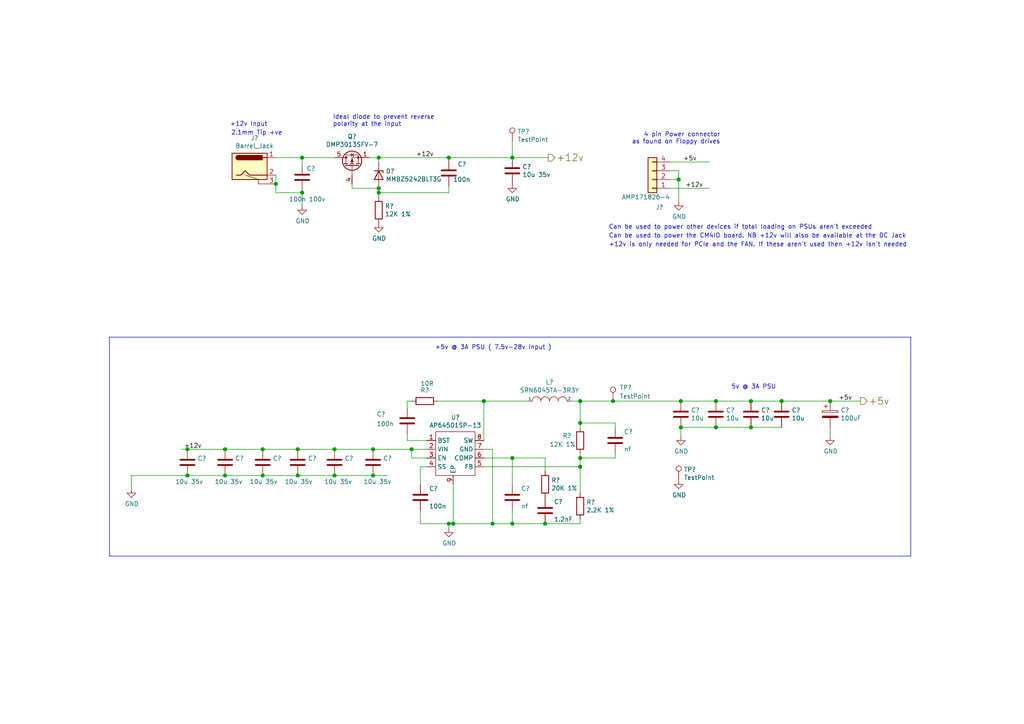
<source format=kicad_sch>
(kicad_sch (version 20231120) (generator "eeschema") (generator_version "8.0")
  (paper "A4")
  (title_block (title "Compute Module 4 IO Board - PSUs") (company "© 2020-2022 Raspberry Pi Ltd (formerly Raspberry Pi (Trading) Ltd.)") (comment 1 "www.raspberrypi.com"))
  (lib_symbols
    (symbol "CM4IO:AP64351"
      (property "Reference" "U" (at 0 8.89 0))
      (property "Value" "AP64351" (at 1.27 6.35 0))
      (symbol "AP64351_0_1"
        (rectangle (start -5.08 5.08) (end 6.35 -7.62))
      )
      (symbol "AP64351_1_1"
        (pin passive line (at -7.62 2.54 0) (length 2.54) (name "BST") (number "1"))
        (pin power_in line (at -7.62 0 0) (length 2.54) (name "VIN") (number "2"))
        (pin input line (at -7.62 -2.54 0) (length 2.54) (name "EN") (number "3"))
        (pin input line (at -7.62 -5.08 0) (length 2.54) (name "SS") (number "4"))
        (pin input line (at 8.89 -5.08 180) (length 2.54) (name "FB") (number "5"))
        (pin input line (at 8.89 -2.54 180) (length 2.54) (name "COMP") (number "6"))
        (pin power_in line (at 8.89 0 180) (length 2.54) (name "GND") (number "7"))
        (pin output line (at 8.89 2.54 180) (length 2.54) (name "SW") (number "8"))
        (pin passive line (at 0 -10.16 90) (length 2.54) (name "EP") (number "9"))
      )
    )
    (symbol "CM4IO:Barrel_Jack"
      (property "Reference" "J" (at 0 5.334 0))
      (property "Value" "Barrel_Jack" (at 0 -5.08 0))
      (symbol "Barrel_Jack_0_1"
        (rectangle (start -5.08 3.81) (end 5.08 -3.81) (stroke (width 0.254)) (fill (type background)))
        (arc (start -3.302 3.175) (mid -3.9342 2.54) (end -3.302 1.905) (stroke (width 0.254)))
        (arc (start -3.302 3.175) (mid -3.9342 2.54) (end -3.302 1.905) (stroke (width 0.254)) (fill (type outline)))
        (polyline (pts (xy 5.08 2.54) (xy 3.81 2.54)) (stroke (width 0.254)))
        (polyline (pts (xy 5.08 -5.08) (xy 2.54 -5.08) (xy 2.54 -3.81) (xy -1.27 -2.54)))
        (polyline (pts (xy -3.81 -2.54) (xy -2.54 -2.54) (xy -1.27 -1.27) (xy 0 -2.54) (xy 2.54 -2.54) (xy 5.08 -2.54)) (stroke (width 0.254)))
        (rectangle (start 3.683 3.175) (end -3.302 1.905) (stroke (width 0.254)) (fill (type outline)))
      )
      (symbol "Barrel_Jack_1_1"
        (pin passive line (at 7.62 2.54 180) (length 2.54) (name "~") (number "1"))
        (pin passive line (at 7.62 -2.54 180) (length 2.54) (name "~") (number "2"))
        (pin passive line (at 7.62 -5.08 180) (length 2.54) (name "~") (number "3"))
      )
    )
    (symbol "Connector:TestPoint" (pin_numbers hide) (pin_names (offset 0.762) hide)
      (property "Reference" "TP" (at 0 6.858 0))
      (property "Value" "TestPoint" (at 0 5.08 0))
      (symbol "TestPoint_0_1"
        (circle (center 0 3.302) (radius 0.762))
      )
      (symbol "TestPoint_1_1"
        (pin passive line (at 0 0 90) (length 2.54) (name "1") (number "1"))
      )
    )
    (symbol "Connector_Generic:Conn_01x04" (pin_names hide)
      (property "Reference" "J" (at 0 5.08 0))
      (property "Value" "Conn_01x04" (at 0 -7.62 0))
      (symbol "Conn_01x04_1_1"
        (rectangle (start -1.27 -4.953) (end 0 -5.207))
        (rectangle (start -1.27 -2.413) (end 0 -2.667))
        (rectangle (start -1.27 0.127) (end 0 -0.127))
        (rectangle (start -1.27 2.667) (end 0 2.413))
        (rectangle (start -1.27 3.81) (end 1.27 -6.35) (stroke (width 0.254)) (fill (type background)))
        (pin passive line (at -5.08 2.54 0) (length 3.81) (name "Pin_1") (number "1"))
        (pin passive line (at -5.08 0 0) (length 3.81) (name "Pin_2") (number "2"))
        (pin passive line (at -5.08 -2.54 0) (length 3.81) (name "Pin_3") (number "3"))
        (pin passive line (at -5.08 -5.08 0) (length 3.81) (name "Pin_4") (number "4"))
      )
    )
    (symbol "Device:C" (pin_numbers hide) (pin_names (offset 0.254))
      (property "Reference" "C" (at 0.635 2.54 0))
      (property "Value" "C" (at 0.635 -2.54 0))
      (symbol "C_0_1"
        (polyline (pts (xy -2.032 -0.762) (xy 2.032 -0.762)) (stroke (width 0.508)))
        (polyline (pts (xy -2.032 0.762) (xy 2.032 0.762)) (stroke (width 0.508)))
      )
      (symbol "C_1_1"
        (pin passive line (at 0 3.81 270) (length 2.794) (name "~") (number "1"))
        (pin passive line (at 0 -3.81 90) (length 2.794) (name "~") (number "2"))
      )
    )
    (symbol "Device:CP" (pin_numbers hide) (pin_names (offset 0.254))
      (property "Reference" "C" (at 0.635 2.54 0))
      (property "Value" "CP" (at 0.635 -2.54 0))
      (symbol "CP_0_1"
        (rectangle (start -2.286 0.508) (end 2.286 1.016))
        (polyline (pts (xy -1.778 2.286) (xy -0.762 2.286)))
        (polyline (pts (xy -1.27 2.794) (xy -1.27 1.778)))
        (rectangle (start 2.286 -0.508) (end -2.286 -1.016) (fill (type outline)))
      )
      (symbol "CP_1_1"
        (pin passive line (at 0 3.81 270) (length 2.794) (name "~") (number "1"))
        (pin passive line (at 0 -3.81 90) (length 2.794) (name "~") (number "2"))
      )
    )
    (symbol "Device:R" (pin_numbers hide) (pin_names (offset 0))
      (property "Reference" "R" (at 2.032 0 90))
      (property "Value" "R" (at 0 0 90))
      (symbol "R_0_1"
        (rectangle (start -1.016 -2.54) (end 1.016 2.54) (stroke (width 0.254)))
      )
      (symbol "R_1_1"
        (pin passive line (at 0 3.81 270) (length 1.27) (name "~") (number "1"))
        (pin passive line (at 0 -3.81 90) (length 1.27) (name "~") (number "2"))
      )
    )
    (symbol "Diode:BZX84Cxx" (pin_numbers hide) (pin_names hide)
      (property "Reference" "D" (at 0 2.54 0))
      (property "Value" "BZX84Cxx" (at 0 -2.54 0))
      (symbol "BZX84Cxx_0_1"
        (polyline (pts (xy 1.27 0) (xy -1.27 0)))
        (polyline (pts (xy -1.27 -1.27) (xy -1.27 1.27) (xy -0.762 1.27)) (stroke (width 0.254)))
        (polyline (pts (xy 1.27 -1.27) (xy 1.27 1.27) (xy -1.27 0) (xy 1.27 -1.27)) (stroke (width 0.254)))
      )
      (symbol "BZX84Cxx_1_1"
        (pin passive line (at -3.81 0 0) (length 2.54) (name "K") (number "1"))
        (pin passive line (at 3.81 0 180) (length 2.54) (name "A") (number "2"))
      )
    )
    (symbol "Transistor_FET:DMP3013SFV" (pin_names hide)
      (property "Reference" "Q" (at 5.08 1.905 0))
      (property "Value" "DMP3013SFV" (at 5.08 0 0))
      (symbol "DMP3013SFV_0_1"
        (polyline (pts (xy 0.254 0) (xy -2.54 0)))
        (polyline (pts (xy 0.254 1.905) (xy 0.254 -1.905)) (stroke (width 0.254)))
        (polyline (pts (xy 0.762 -1.27) (xy 0.762 -2.286)) (stroke (width 0.254)))
        (polyline (pts (xy 0.762 0.508) (xy 0.762 -0.508)) (stroke (width 0.254)))
        (polyline (pts (xy 0.762 2.286) (xy 0.762 1.27)) (stroke (width 0.254)))
        (polyline (pts (xy 2.54 2.54) (xy 2.54 1.778)))
        (polyline (pts (xy 2.54 -2.54) (xy 2.54 0) (xy 0.762 0)))
        (polyline (pts (xy 0.762 1.778) (xy 3.302 1.778) (xy 3.302 -1.778) (xy 0.762 -1.778)))
        (polyline (pts (xy 2.286 0) (xy 1.27 0.381) (xy 1.27 -0.381) (xy 2.286 0)) (fill (type outline)))
        (polyline (pts (xy 2.794 -0.508) (xy 2.921 -0.381) (xy 3.683 -0.381) (xy 3.81 -0.254)))
        (polyline (pts (xy 3.302 -0.381) (xy 2.921 0.254) (xy 3.683 0.254) (xy 3.302 -0.381)))
        (circle (center 1.651 0) (radius 2.794) (stroke (width 0.254)))
        (circle (center 2.54 -1.778) (radius 0.254) (fill (type outline)))
        (circle (center 2.54 1.778) (radius 0.254) (fill (type outline)))
      )
      (symbol "DMP3013SFV_1_1"
        (pin passive line (at 2.54 -5.08 90) (length 2.54) (name "S") (number "1"))
        (pin passive line (at 2.54 -5.08 90) (length 2.54) hide (name "S") (number "2"))
        (pin passive line (at 2.54 -5.08 90) (length 2.54) hide (name "S") (number "3"))
        (pin passive line (at -5.08 0 0) (length 2.54) (name "G") (number "4"))
        (pin passive line (at 2.54 5.08 270) (length 2.54) (name "D") (number "5"))
      )
    )
    (symbol "power:GND" (power) (pin_names (offset 0))
      (property "Value" "GND" (at 0 -3.81 0))
      (symbol "GND_0_1"
        (polyline (pts (xy 0 0) (xy 0 -1.27) (xy 1.27 -1.27) (xy 0 -2.54) (xy -1.27 -1.27) (xy 0 -1.27)))
      )
      (symbol "GND_1_1"
        (pin power_in line (at 0 0 270) (length 0) hide (name "GND") (number "1"))
      )
    )
    (symbol "pspice:INDUCTOR" (pin_numbers hide) (pin_names (offset 0))
      (property "Reference" "L" (at 0 2.54 0))
      (property "Value" "INDUCTOR" (at 0 -1.27 0))
      (symbol "INDUCTOR_0_1"
        (arc (start -2.54 0) (mid -3.81 1.2645) (end -5.08 0))
        (arc (start 0 0) (mid -1.27 1.2645) (end -2.54 0))
        (arc (start 2.54 0) (mid 1.27 1.2645) (end 0 0))
        (arc (start 5.08 0) (mid 3.81 1.2645) (end 2.54 0))
      )
      (symbol "INDUCTOR_1_1"
        (pin input line (at -6.35 0 0) (length 1.27) (name "1") (number "1"))
        (pin input line (at 6.35 0 180) (length 1.27) (name "2") (number "2"))
      )
    )
  )
  (junction (at 76.2 130.302) (diameter 1.016))
  (junction (at 108.204 130.302) (diameter 1.016))
  (junction (at 140.335 116.332) (diameter 1.016))
  (junction (at 226.695 116.332) (diameter 1.016))
  (junction (at 142.875 151.892) (diameter 1.016))
  (junction (at 131.445 151.892) (diameter 1.016))
  (junction (at 130.175 45.72) (diameter 1.016))
  (junction (at 207.645 123.952) (diameter 1.016))
  (junction (at 76.2 137.922) (diameter 1.016))
  (junction (at 109.855 54.61) (diameter 1.016))
  (junction (at 148.59 45.72) (diameter 1.016))
  (junction (at 240.792 116.332) (diameter 1.016))
  (junction (at 80.01 53.34) (diameter 1.016))
  (junction (at 207.645 116.332) (diameter 1.016))
  (junction (at 109.855 45.72) (diameter 1.016))
  (junction (at 168.275 135.382) (diameter 1.016))
  (junction (at 97.028 130.302) (diameter 1.016))
  (junction (at 97.028 137.922) (diameter 1.016))
  (junction (at 108.204 137.922) (diameter 1.016))
  (junction (at 54.356 130.302) (diameter 1.016))
  (junction (at 168.275 116.332) (diameter 1.016))
  (junction (at 168.275 122.682) (diameter 1.016))
  (junction (at 158.115 151.892) (diameter 1.016))
  (junction (at 148.59 151.892) (diameter 1.016))
  (junction (at 197.485 116.332) (diameter 1.016))
  (junction (at 130.175 151.892) (diameter 1.016))
  (junction (at 177.8 116.332) (diameter 1.016))
  (junction (at 196.85 52.07) (diameter 1.016))
  (junction (at 148.59 132.842) (diameter 1.016))
  (junction (at 217.805 116.332) (diameter 1.016))
  (junction (at 119.38 130.302) (diameter 1.016))
  (junction (at 87.63 45.72) (diameter 1.016))
  (junction (at 65.278 130.302) (diameter 1.016))
  (junction (at 86.36 137.922) (diameter 1.016))
  (junction (at 54.356 137.922) (diameter 1.016))
  (junction (at 65.278 137.922) (diameter 1.016))
  (junction (at 109.855 55.88) (diameter 1.016))
  (junction (at 86.36 130.302) (diameter 1.016))
  (junction (at 197.485 123.952) (diameter 1.016))
  (junction (at 217.805 123.952) (diameter 1.016))
  (junction (at 168.275 132.842) (diameter 1.016))
  (junction (at 87.63 55.88) (diameter 1.016))
  (polyline (pts (xy 264.16 161.29) (xy 31.75 161.29)) (stroke (width 0) (type solid)))
  (wire (pts (xy 108.204 130.302) (xy 119.38 130.302)))
  (wire (pts (xy 148.59 151.892) (xy 158.115 151.892)))
  (polyline (pts (xy 31.75 97.79) (xy 264.16 97.79)) (stroke (width 0) (type solid)))
  (wire (pts (xy 194.31 49.53) (xy 196.85 49.53)))
  (wire (pts (xy 142.875 151.892) (xy 148.59 151.892)))
  (wire (pts (xy 131.445 140.462) (xy 131.445 151.892)))
  (wire (pts (xy 118.11 116.332) (xy 119.38 116.332)))
  (polyline (pts (xy 264.16 97.79) (xy 264.16 161.29)) (stroke (width 0) (type solid)))
  (wire (pts (xy 118.11 127.762) (xy 123.825 127.762)))
  (wire (pts (xy 109.855 45.72) (xy 130.175 45.72)))
  (wire (pts (xy 226.695 123.952) (xy 217.805 123.952)))
  (wire (pts (xy 158.115 151.892) (xy 168.275 151.892)))
  (wire (pts (xy 76.2 137.922) (xy 86.36 137.922)))
  (wire (pts (xy 97.028 137.922) (xy 108.204 137.922)))
  (wire (pts (xy 197.485 116.332) (xy 207.645 116.332)))
  (wire (pts (xy 148.59 148.082) (xy 148.59 151.892)))
  (wire (pts (xy 197.485 123.952) (xy 197.485 126.492)))
  (wire (pts (xy 140.335 135.382) (xy 168.275 135.382)))
  (wire (pts (xy 80.01 55.88) (xy 87.63 55.88)))
  (wire (pts (xy 65.278 137.922) (xy 76.2 137.922)))
  (wire (pts (xy 118.11 125.857) (xy 118.11 127.762)))
  (wire (pts (xy 119.38 130.302) (xy 123.825 130.302)))
  (wire (pts (xy 196.85 52.07) (xy 196.85 58.42)))
  (wire (pts (xy 165.735 116.332) (xy 168.275 116.332)))
  (wire (pts (xy 148.59 45.72) (xy 159.004 45.72)))
  (wire (pts (xy 86.36 130.302) (xy 97.028 130.302)))
  (wire (pts (xy 130.175 45.72) (xy 148.59 45.72)))
  (wire (pts (xy 168.275 122.682) (xy 178.435 122.682)))
  (wire (pts (xy 142.875 130.302) (xy 142.875 151.892)))
  (wire (pts (xy 217.805 116.332) (xy 226.695 116.332)))
  (wire (pts (xy 194.31 54.61) (xy 205.74 54.61)))
  (wire (pts (xy 240.792 116.332) (xy 249.555 116.332)))
  (wire (pts (xy 118.11 118.237) (xy 118.11 116.332)))
  (wire (pts (xy 148.59 41.148) (xy 148.59 45.72)))
  (wire (pts (xy 65.278 130.302) (xy 76.2 130.302)))
  (wire (pts (xy 140.335 130.302) (xy 142.875 130.302)))
  (wire (pts (xy 158.115 136.652) (xy 158.115 132.842)))
  (wire (pts (xy 119.38 132.842) (xy 123.825 132.842)))
  (wire (pts (xy 168.275 132.842) (xy 178.435 132.842)))
  (wire (pts (xy 196.85 49.53) (xy 196.85 52.07)))
  (wire (pts (xy 109.855 55.88) (xy 130.175 55.88)))
  (wire (pts (xy 121.92 151.892) (xy 130.175 151.892)))
  (wire (pts (xy 168.275 151.892) (xy 168.275 150.622)))
  (wire (pts (xy 109.855 54.61) (xy 109.855 55.88)))
  (wire (pts (xy 168.275 135.382) (xy 168.275 143.002)))
  (wire (pts (xy 168.275 116.332) (xy 177.8 116.332)))
  (wire (pts (xy 102.108 53.34) (xy 102.108 54.61)))
  (wire (pts (xy 131.445 151.892) (xy 142.875 151.892)))
  (wire (pts (xy 177.8 116.332) (xy 197.485 116.332)))
  (wire (pts (xy 87.63 45.72) (xy 97.028 45.72)))
  (wire (pts (xy 97.028 130.302) (xy 108.204 130.302)))
  (wire (pts (xy 107.188 45.72) (xy 109.855 45.72)))
  (wire (pts (xy 119.38 130.302) (xy 119.38 132.842)))
  (wire (pts (xy 168.275 131.572) (xy 168.275 132.842)))
  (wire (pts (xy 130.175 55.88) (xy 130.175 53.975)))
  (wire (pts (xy 140.335 116.332) (xy 153.035 116.332)))
  (wire (pts (xy 217.805 123.952) (xy 207.645 123.952)))
  (wire (pts (xy 207.645 123.952) (xy 197.485 123.952)))
  (wire (pts (xy 80.01 53.34) (xy 80.01 50.8)))
  (wire (pts (xy 86.36 137.922) (xy 97.028 137.922)))
  (wire (pts (xy 52.705 130.302) (xy 54.356 130.302)))
  (wire (pts (xy 76.2 130.302) (xy 86.36 130.302)))
  (wire (pts (xy 127 116.332) (xy 140.335 116.332)))
  (wire (pts (xy 54.356 130.302) (xy 65.278 130.302)))
  (wire (pts (xy 140.335 132.842) (xy 148.59 132.842)))
  (wire (pts (xy 130.175 45.72) (xy 130.175 46.355)))
  (wire (pts (xy 87.63 55.88) (xy 87.63 59.69)))
  (wire (pts (xy 109.855 45.72) (xy 109.855 46.99)))
  (wire (pts (xy 80.01 45.72) (xy 87.63 45.72)))
  (wire (pts (xy 38.1 137.922) (xy 54.356 137.922)))
  (wire (pts (xy 87.63 55.245) (xy 87.63 55.88)))
  (wire (pts (xy 109.855 55.88) (xy 109.855 57.15)))
  (wire (pts (xy 168.275 122.682) (xy 168.275 123.952)))
  (wire (pts (xy 121.92 148.082) (xy 121.92 151.892)))
  (wire (pts (xy 178.435 132.842) (xy 178.435 131.572)))
  (wire (pts (xy 130.175 153.162) (xy 130.175 151.892)))
  (wire (pts (xy 38.1 137.922) (xy 38.1 141.732)))
  (wire (pts (xy 123.825 135.382) (xy 121.92 135.382)))
  (polyline (pts (xy 31.75 97.79) (xy 31.75 161.29)) (stroke (width 0) (type solid)))
  (wire (pts (xy 102.108 54.61) (xy 109.855 54.61)))
  (wire (pts (xy 54.356 137.922) (xy 65.278 137.922)))
  (wire (pts (xy 80.01 55.88) (xy 80.01 53.34)))
  (wire (pts (xy 87.63 45.72) (xy 87.63 47.625)))
  (wire (pts (xy 168.275 132.842) (xy 168.275 135.382)))
  (wire (pts (xy 226.695 116.332) (xy 240.792 116.332)))
  (wire (pts (xy 194.31 46.99) (xy 205.74 46.99)))
  (wire (pts (xy 108.204 137.922) (xy 112.395 137.922)))
  (wire (pts (xy 121.92 135.382) (xy 121.92 140.462)))
  (wire (pts (xy 148.59 132.842) (xy 148.59 140.462)))
  (wire (pts (xy 240.792 123.952) (xy 240.792 126.492)))
  (wire (pts (xy 140.335 116.332) (xy 140.335 127.762)))
  (wire (pts (xy 168.275 116.332) (xy 168.275 122.682)))
  (wire (pts (xy 130.175 151.892) (xy 131.445 151.892)))
  (wire (pts (xy 194.31 52.07) (xy 196.85 52.07)))
  (wire (pts (xy 178.435 122.682) (xy 178.435 123.952)))
  (wire (pts (xy 207.645 116.332) (xy 217.805 116.332)))
  (wire (pts (xy 148.59 132.842) (xy 158.115 132.842)))
  (text "+12v Input" (at 66.675 36.83 0) (effects (font (size 1.27 1.27)) (justify left bottom)))
  (text "Can be used to power other devices if total loading on PSUs aren't exceeded" (at 176.53 66.675 0) (effects (font (size 1.27 1.27)) (justify left bottom)))
  (text "5v @ 3A PSU\n" (at 212.09 113.03 0) (effects (font (size 1.27 1.27)) (justify left bottom)))
  (text "+12v is only needed for PCIe and the FAN. If these aren't used then +12v isn't needed" (at 176.53 71.755 0) (effects (font (size 1.27 1.27)) (justify left bottom)))
  (text "Can be used to power the CM4IO board. NB +12v will also be available at the DC Jack" (at 176.53 69.215 0) (effects (font (size 1.27 1.27)) (justify left bottom)))
  (text "2.1mm Tip +ve" (at 81.915 39.37 0) (effects (font (size 1.27 1.27)) (justify right bottom)))
  (text "Ideal diode to prevent reverse\npolarity at the input" (at 96.52 36.83 0) (effects (font (size 1.27 1.27)) (justify left bottom)))
  (text "4 pin Power connector\nas found on Floppy drives" (at 208.915 41.91 0) (effects (font (size 1.27 1.27)) (justify right bottom)))
  (text "+5v @ 3A PSU ( 7.5v-28v Input )" (at 160.02 101.6 0) (effects (font (size 1.27 1.27)) (justify right bottom)))
  (label "+5v" (at 243.205 116.332 0))
  (label "+12v" (at 198.755 54.61 0))
  (label "+12v" (at 120.65 45.72 0))
  (label "+5v" (at 198.12 46.99 0))
  (label "+12v" (at 53.34 130.302 0))
  (hierarchical_label "+12v" (shape output) (at 159.004 45.72 0) (effects (font (size 2.0066 2.0066))))
  (hierarchical_label "+5v" (shape output) (at 249.555 116.332 0) (effects (font (size 2.0066 2.0066))))
  (symbol (lib_id "power:GND") (at 148.59 53.34 0) (unit 1)
    (property "Reference" "#PWR?" (effects (hide yes)))
    (property "Value" "GND" (at 148.717 57.7342 0))
  )
  (symbol (lib_id "power:GND") (at 87.63 59.69 0) (unit 1)
    (property "Reference" "#PWR?" (effects (hide yes)))
    (property "Value" "GND" (at 87.757 64.0842 0))
  )
  (symbol (lib_id "Device:C") (at 197.485 120.142 0) (unit 1)
    (property "Reference" "C?" (at 200.406 118.9736 0) (effects (justify left)))
    (property "Value" "10u" (at 200.406 121.285 0) (effects (justify left)))
    (property "Footprint" "Capacitor_SMD:C_0805_2012Metric" (effects (hide yes)))
    (property "Datasheet" "https://search.murata.co.jp/Ceramy/image/img/A01X/G101/ENG/GRM21BR71A106KA73-01.pdf" (effects (hide yes)))
    (property "Field5" "490-14381-1-ND" (effects (hide yes)))
    (property "Field4" "Digikey" (effects (hide yes)))
    (property "Field6" "GRM21BR71A106KA73L" (effects (hide yes)))
    (property "Field7" "Murata" (effects (hide yes)))
    (property "Part Description" "	10uF 10% 10V Ceramic Capacitor X7R 0805 (2012 Metric)" (effects (hide yes)))
    (property "Field8" "111893011" (effects (hide yes)))
  )
  (symbol (lib_id "Device:C") (at 207.645 120.142 0) (unit 1)
    (property "Reference" "C?" (at 210.566 118.9736 0) (effects (justify left)))
    (property "Value" "10u" (at 210.566 121.285 0) (effects (justify left)))
    (property "Footprint" "Capacitor_SMD:C_0805_2012Metric" (effects (hide yes)))
    (property "Datasheet" "https://search.murata.co.jp/Ceramy/image/img/A01X/G101/ENG/GRM21BR71A106KA73-01.pdf" (effects (hide yes)))
    (property "Field5" "490-14381-1-ND" (effects (hide yes)))
    (property "Field4" "Digikey" (effects (hide yes)))
    (property "Field6" "GRM21BR71A106KA73L" (effects (hide yes)))
    (property "Field7" "Murata" (effects (hide yes)))
    (property "Part Description" "	10uF 10% 10V Ceramic Capacitor X7R 0805 (2012 Metric)" (effects (hide yes)))
    (property "Field8" "111893011" (effects (hide yes)))
  )
  (symbol (lib_id "Device:C") (at 217.805 120.142 0) (unit 1)
    (property "Reference" "C?" (at 220.726 118.9736 0) (effects (justify left)))
    (property "Value" "10u" (at 220.726 121.285 0) (effects (justify left)))
    (property "Footprint" "Capacitor_SMD:C_0805_2012Metric" (effects (hide yes)))
    (property "Datasheet" "https://search.murata.co.jp/Ceramy/image/img/A01X/G101/ENG/GRM21BR71A106KA73-01.pdf" (effects (hide yes)))
    (property "Field5" "490-14381-1-ND" (effects (hide yes)))
    (property "Field4" "Digikey" (effects (hide yes)))
    (property "Field6" "GRM21BR71A106KA73L" (effects (hide yes)))
    (property "Field7" "Murata" (effects (hide yes)))
    (property "Part Description" "	10uF 10% 10V Ceramic Capacitor X7R 0805 (2012 Metric)" (effects (hide yes)))
    (property "Field8" "111893011" (effects (hide yes)))
  )
  (symbol (lib_id "Device:C") (at 226.695 120.142 0) (unit 1)
    (property "Reference" "C?" (at 229.616 118.9736 0) (effects (justify left)))
    (property "Value" "10u" (at 229.616 121.285 0) (effects (justify left)))
    (property "Footprint" "Capacitor_SMD:C_0805_2012Metric" (effects (hide yes)))
    (property "Datasheet" "https://search.murata.co.jp/Ceramy/image/img/A01X/G101/ENG/GRM21BR71A106KA73-01.pdf" (effects (hide yes)))
    (property "Field5" "490-14381-1-ND" (effects (hide yes)))
    (property "Field4" "Digikey" (effects (hide yes)))
    (property "Field6" "GRM21BR71A106KA73L" (effects (hide yes)))
    (property "Field7" "Murata" (effects (hide yes)))
    (property "Part Description" "	10uF 10% 10V Ceramic Capacitor X7R 0805 (2012 Metric)" (effects (hide yes)))
    (property "Field8" "111893011" (effects (hide yes)))
  )
  (symbol (lib_id "Device:C") (at 87.63 51.435 0) (unit 1)
    (property "Reference" "C?" (at 88.9 48.895 0) (effects (justify left)))
    (property "Value" "100n 100v" (at 83.82 57.785 0) (effects (justify left)))
    (property "Footprint" "Capacitor_SMD:C_0402_1005Metric" (effects (hide yes)))
    (property "Datasheet" "https://psearch.en.murata.com/capacitor/product/GRM155R62A104KE14%23.pdf" (effects (hide yes)))
    (property "Field4" "Farnell" (effects (hide yes)))
    (property "Field5" "2611907" (effects (hide yes)))
    (property "Field6" "GRM155R62A104KE14D" (effects (hide yes)))
    (property "Field7" "Murata" (effects (hide yes)))
    (property "Part Description" "	0.1uF 10% 100V Ceramic Capacitor X5R 0402 (1005 Metric)" (effects (hide yes)))
  )
  (symbol (lib_id "power:GND") (at 109.855 64.77 0) (unit 1)
    (property "Reference" "#PWR?" (effects (hide yes)))
    (property "Value" "GND" (at 109.982 69.1642 0))
  )
  (symbol (lib_id "Connector_Generic:Conn_01x04") (at 189.23 52.07 180) (unit 1)
    (property "Reference" "J?" (at 191.3128 60.1218 0))
    (property "Value" "AMP171826-4" (at 187.325 57.15 0))
    (property "Footprint" "171826-4:TE_171826-4" (effects (hide yes)))
    (property "Datasheet" "https://www.te.com/usa-en/product-171826-4.html" (effects (hide yes)))
    (property "Field4" "Farnell" (effects (hide yes)))
    (property "Field5" "	1056115" (effects (hide yes)))
    (property "Field6" "AMP171826-4" (effects (hide yes)))
    (property "Field7" "AMP-TE" (effects (hide yes)))
    (property "Part Description" "Wire-To-Board Connector, Right Angle, 2.54 mm, 4 Contacts, Header, AMP EI Series, Through Hole" (effects (hide yes)))
  )
  (symbol (lib_id "power:GND") (at 196.85 58.42 0) (unit 1)
    (property "Reference" "#PWR?" (effects (hide yes)))
    (property "Value" "GND" (at 196.977 62.8142 0))
  )
  (symbol (lib_id "CM4IO:Barrel_Jack") (at 72.39 48.26 0) (unit 1)
    (property "Reference" "J?" (at 73.8378 40.005 0))
    (property "Value" "Barrel_Jack" (at 73.8378 42.3164 0))
    (property "Footprint" "CM4IO:BarrelJack_Horizontal" (effects (hide yes)))
    (property "Datasheet" "https://www.toby.co.uk/uploads/publications/842.pdf" (effects (hide yes)))
    (property "Field4" "Toby" (effects (hide yes)))
    (property "Field5" "DC-001-A-2.1mm-R" (effects (hide yes)))
    (property "Part Description" "DC Power Connectors PCB 2.1MM" (effects (hide yes)))
    (property "Field6" "DC-001-A-2.1mm-R" (effects (hide yes)))
    (property "Field7" "Valcon" (effects (hide yes)))
  )
  (symbol (lib_id "Diode:BZX84Cxx") (at 109.855 50.8 270) (unit 1)
    (property "Reference" "D?" (at 111.887 49.657 90) (effects (justify left)))
    (property "Value" "MMBZ5242BLT3G" (at 111.887 51.943 90) (effects (justify left)))
    (property "Footprint" "Diode_SMD:D_SOT-23_ANK" (effects (hide yes)))
    (property "Datasheet" "https://diotec.com/tl_files/diotec/files/pdf/datasheets/bzx84c2v4.pdf" (effects (hide yes)))
    (property "Field4" "Digikey" (effects (hide yes)))
    (property "Field5" "	MMBZ5242BLT3GOSCT-ND" (effects (hide yes)))
    (property "Field6" "MMBZ5242BLT3G" (effects (hide yes)))
    (property "Field7" "Onsemi" (effects (hide yes)))
    (property "Part Description" "	Zener Diode 12V 225mW 5% Surface Mount SOT-23-3 (TO-236)" (effects (hide yes)))
  )
  (symbol (lib_id "Device:R") (at 109.855 60.96 0) (unit 1)
    (property "Reference" "R?" (at 111.633 59.7916 0) (effects (justify left)))
    (property "Value" "12K 1%" (at 111.633 62.103 0) (effects (justify left)))
    (property "Footprint" "Resistor_SMD:R_0402_1005Metric" (effects (hide yes)))
    (property "Datasheet" "https://fscdn.rohm.com/en/products/databook/datasheet/passive/resistor/chip_resistor/mcr-e.pdf" (effects (hide yes)))
    (property "Field4" "Farnell" (effects (hide yes)))
    (property "Field5" "9239367" (effects (hide yes)))
    (property "Field7" "Rohm" (effects (hide yes)))
    (property "Field6" "MCR01MZPF1202" (effects (hide yes)))
    (property "Part Description" "Resistor 12K M1005 1% 63mW" (effects (hide yes)))
  )
  (symbol (lib_id "Device:C") (at 130.175 50.165 0) (unit 1)
    (property "Reference" "C?" (at 132.715 47.625 0) (effects (justify left)))
    (property "Value" "100n" (at 131.445 52.07 0) (effects (justify left)))
    (property "Footprint" "Capacitor_SMD:C_0402_1005Metric" (effects (hide yes)))
    (property "Datasheet" "https://search.murata.co.jp/Ceramy/image/img/A01X/G101/ENG/GRM155R71C104KA88-01.pdf" (effects (hide yes)))
    (property "Field4" "Farnell" (effects (hide yes)))
    (property "Field5" "2611911" (effects (hide yes)))
    (property "Field6" "RM EMK105 B7104KV-F" (effects (hide yes)))
    (property "Field7" "TAIYO YUDEN EUROPE GMBH" (effects (hide yes)))
    (property "Part Description" "	0.1uF 10% 16V Ceramic Capacitor X7R 0402 (1005 Metric)" (effects (hide yes)))
    (property "Field8" "110091611" (effects (hide yes)))
  )
  (symbol (lib_id "power:GND") (at 197.485 126.492 0) (unit 1)
    (property "Reference" "#PWR?" (effects (hide yes)))
    (property "Value" "GND" (at 197.612 130.8862 0))
  )
  (symbol (lib_id "Device:C") (at 118.11 122.047 0) (unit 1)
    (property "Reference" "C?" (at 109.22 120.142 0) (effects (justify left)))
    (property "Value" "100n" (at 109.22 122.936 0) (effects (justify left)))
    (property "Footprint" "Capacitor_SMD:C_0402_1005Metric" (effects (hide yes)))
    (property "Datasheet" "https://search.murata.co.jp/Ceramy/image/img/A01X/G101/ENG/GRM155R71C104KA88-01.pdf" (effects (hide yes)))
    (property "Field4" "Farnell" (effects (hide yes)))
    (property "Field5" "2611911" (effects (hide yes)))
    (property "Field6" "RM EMK105 B7104KV-F" (effects (hide yes)))
    (property "Field7" "TAIYO YUDEN EUROPE GMBH" (effects (hide yes)))
    (property "Part Description" "	0.1uF 10% 16V Ceramic Capacitor X7R 0402 (1005 Metric)" (effects (hide yes)))
    (property "Field8" "110091611" (effects (hide yes)))
  )
  (symbol (lib_id "Device:R") (at 123.19 116.332 270) (unit 1)
    (property "Reference" "R?" (at 121.92 113.157 90) (effects (justify left)))
    (property "Value" "10R" (at 121.92 111.252 90) (effects (justify left)))
    (property "Footprint" "Resistor_SMD:R_0402_1005Metric" (effects (hide yes)))
    (property "Datasheet" "https://fscdn.rohm.com/en/products/databook/datasheet/passive/resistor/chip_resistor/mcr-e.pdf" (effects (hide yes)))
    (property "Field4" "Farnell" (effects (hide yes)))
    (property "Field5" "9238999" (effects (hide yes)))
    (property "Field7" "Yageo" (effects (hide yes)))
    (property "Field6" "RC0402FR-0710RL" (effects (hide yes)))
    (property "Field8" "URES00256" (effects (hide yes)))
    (property "Part Description" "Resistor 10R M1005 1% 63mW" (effects (hide yes)))
  )
  (symbol (lib_id "Device:C") (at 178.435 127.762 0) (unit 1)
    (property "Reference" "C?" (at 180.975 125.222 0) (effects (justify left)))
    (property "Value" "nf" (at 180.975 130.302 0) (effects (justify left)))
    (property "Footprint" "Capacitor_SMD:C_0402_1005Metric" (effects (hide yes)))
    (property "Datasheet" "http://www.farnell.com/datasheets/2048267.pdf?_ga=2.222777691.1738794919.1588350964-1787849031.1568210898&_gac=1.250356018.1588350964.EAIaIQobChMIgrHHs4yT6QIVxevtCh39TA_nEAAYASAAEgK8PfD_BwE" (effects (hide yes)))
    (property "Field4" "Farnell" (effects (hide yes)))
    (property "Field5" "2666374" (effects (hide yes)))
    (property "Field6" "GRM1555C1H221JA01D" (effects (hide yes)))
    (property "Field7" "Murata" (effects (hide yes)))
    (property "Part Description" "220 pF, 50 V, 0402 [1005 Metric], ± 5%, C0G / NP0/CH, GCM Series" (effects (hide yes)))
  )
  (symbol (lib_id "Device:R") (at 168.275 127.762 0) (unit 1)
    (property "Reference" "R?" (at 163.195 126.365 0) (effects (justify left)))
    (property "Value" "12K 1%" (at 159.385 128.905 0) (effects (justify left)))
    (property "Footprint" "Resistor_SMD:R_0402_1005Metric" (effects (hide yes)))
    (property "Datasheet" "https://fscdn.rohm.com/en/products/databook/datasheet/passive/resistor/chip_resistor/mcr-e.pdf" (effects (hide yes)))
    (property "Field4" "Farnell" (effects (hide yes)))
    (property "Field5" "9239367" (effects (hide yes)))
    (property "Field7" "Rohm" (effects (hide yes)))
    (property "Field6" "MCR01MZPF1202" (effects (hide yes)))
    (property "Part Description" "Resistor 12K M1005 1% 63mW" (effects (hide yes)))
  )
  (symbol (lib_id "pspice:INDUCTOR") (at 159.385 116.332 0) (unit 1)
    (property "Reference" "L?" (at 159.385 110.871 0))
    (property "Value" "SRN6045TA-3R3Y" (at 159.385 113.1824 0))
    (property "Footprint" "Inductor_SMD:L_Bourns_SRN6045TA" (effects (hide yes)))
    (property "Datasheet" "https://www.bourns.com/docs/Product-Datasheets/SRN6045TA.pdf" (effects (hide yes)))
    (property "Field4" "Farnell" (effects (hide yes)))
    (property "Field5" "2616889" (effects (hide yes)))
    (property "Field6" "SRN6045TA-3R3Y" (effects (hide yes)))
    (property "Field7" "Bourns" (effects (hide yes)))
    (property "Part Description" "3.3µH Semi-Shielded Wirewound Inductor 7.8A 21mOhm Nonstandard" (effects (hide yes)))
  )
  (symbol (lib_id "Device:C") (at 158.115 148.082 0) (unit 1)
    (property "Reference" "C?" (at 160.655 145.542 0) (effects (justify left)))
    (property "Value" "1.2nF" (at 160.655 150.622 0) (effects (justify left)))
    (property "Footprint" "Capacitor_SMD:C_0402_1005Metric" (effects (hide yes)))
    (property "Datasheet" "http://www.farnell.com/datasheets/2734135.pdf?_ga=2.259347658.1738794919.1588350964-1787849031.1568210898&_gac=1.15394434.1588350964.EAIaIQobChMIgrHHs4yT6QIVxevtCh39TA_nEAAYASAAEgK8PfD_BwE" (effects (hide yes)))
    (property "Field4" "Digikey" (effects (hide yes)))
    (property "Field5" "490-16429-1-ND" (effects (hide yes)))
    (property "Field6" "GCM155R71H122KA37D" (effects (hide yes)))
    (property "Field7" "Murata" (effects (hide yes)))
    (property "Part Description" "1200pF 10% 10V Ceramic Capacitor X5R 0402 (1005 Metric)" (effects (hide yes)))
  )
  (symbol (lib_id "Device:C") (at 148.59 144.272 0) (unit 1)
    (property "Reference" "C?" (at 151.13 141.732 0) (effects (justify left)))
    (property "Value" "nf" (at 151.13 146.812 0) (effects (justify left)))
    (property "Footprint" "Capacitor_SMD:C_0402_1005Metric" (effects (hide yes)))
  )
  (symbol (lib_id "CM4IO:AP64351") (at 131.445 130.302 0) (unit 1)
    (property "Reference" "U?" (at 132.08 121.0564 0))
    (property "Value" "AP64501SP-13" (at 132.08 123.3678 0))
    (property "Footprint" "Package_SO:SOIC-8-1EP_3.9x4.9mm_P1.27mm_EP2.95x4.9mm_Mask2.71x3.4mm_ThermalVias" (effects (hide yes)))
    (property "Datasheet" "https://www.diodes.com/assets/Datasheets/AP64501.pdf" (effects (hide yes)))
    (property "Field4" "Digikey" (effects (hide yes)))
    (property "Field5" "31-AP64501SP-13CT-ND" (effects (hide yes)))
    (property "Field6" "AP64501SP-13" (effects (hide yes)))
    (property "Field7" "Diodes" (effects (hide yes)))
    (property "Part Description" "Buck Switching Regulator IC Positive Adjustable 0.8V 1 Output 5A 8-SOIC (0.154\", 3.90mm Width) Exposed Pad" (effects (hide yes)))
  )
  (symbol (lib_id "Device:C") (at 121.92 144.272 0) (unit 1)
    (property "Reference" "C?" (at 124.46 141.732 0) (effects (justify left)))
    (property "Value" "100n" (at 124.46 146.812 0) (effects (justify left)))
    (property "Footprint" "Capacitor_SMD:C_0402_1005Metric" (effects (hide yes)))
    (property "Datasheet" "https://search.murata.co.jp/Ceramy/image/img/A01X/G101/ENG/GRM155R71C104KA88-01.pdf" (effects (hide yes)))
    (property "Field4" "Farnell" (effects (hide yes)))
    (property "Field5" "2611911" (effects (hide yes)))
    (property "Field6" "RM EMK105 B7104KV-F" (effects (hide yes)))
    (property "Field7" "TAIYO YUDEN EUROPE GMBH" (effects (hide yes)))
    (property "Part Description" "	0.1uF 10% 16V Ceramic Capacitor X7R 0402 (1005 Metric)" (effects (hide yes)))
    (property "Field8" "110091611" (effects (hide yes)))
  )
  (symbol (lib_id "power:GND") (at 130.175 153.162 0) (unit 1)
    (property "Reference" "#PWR?" (effects (hide yes)))
    (property "Value" "GND" (at 130.302 157.5562 0))
  )
  (symbol (lib_id "Device:R") (at 168.275 146.812 0) (unit 1)
    (property "Reference" "R?" (at 170.053 145.6436 0) (effects (justify left)))
    (property "Value" "2.2K 1%" (at 170.053 147.955 0) (effects (justify left)))
    (property "Footprint" "Resistor_SMD:R_0402_1005Metric" (effects (hide yes)))
    (property "Datasheet" "https://fscdn.rohm.com/en/products/databook/datasheet/passive/resistor/chip_resistor/mcr-e.pdf" (effects (hide yes)))
    (property "Field4" "Farnell" (effects (hide yes)))
    (property "Field5" "9239278" (effects (hide yes)))
    (property "Field6" "RK73G1ETQTP2201D         " (effects (hide yes)))
    (property "Field7" "KOA EUROPE GMBH" (effects (hide yes)))
    (property "Part Description" "Resistor 2.2K M1005 1% 63mW" (effects (hide yes)))
    (property "Field8" "120889581" (effects (hide yes)))
  )
  (symbol (lib_id "Device:R") (at 158.115 140.462 0) (unit 1)
    (property "Reference" "R?" (at 159.893 139.2936 0) (effects (justify left)))
    (property "Value" "20K 1%" (at 159.893 141.605 0) (effects (justify left)))
    (property "Footprint" "Resistor_SMD:R_0402_1005Metric" (effects (hide yes)))
    (property "Datasheet" "https://fscdn.rohm.com/en/products/databook/datasheet/passive/resistor/chip_resistor/mcr-e.pdf" (effects (hide yes)))
    (property "Field4" "Farnell" (effects (hide yes)))
    (property "Field5" "2331485" (effects (hide yes)))
    (property "Field7" "KOA EUROPE GMBH" (effects (hide yes)))
    (property "Field6" "RK73H1ETTP2002F" (effects (hide yes)))
    (property "Part Description" "Resistor 20K M1005 1% 63mW" (effects (hide yes)))
  )
  (symbol (lib_id "power:GND") (at 38.1 141.732 0) (unit 1)
    (property "Reference" "#PWR?" (effects (hide yes)))
    (property "Value" "GND" (at 38.227 146.1262 0))
  )
  (symbol (lib_id "Connector:TestPoint") (at 148.59 41.148 0) (unit 1)
    (property "Reference" "TP?" (at 150.0632 38.1508 0) (effects (justify left)))
    (property "Value" "TestPoint" (at 150.0632 40.4622 0) (effects (justify left)))
    (property "Footprint" "TestPoint:TestPoint_Pad_2.0x2.0mm" (effects (hide yes)))
    (property "Field4" "nf" (effects (hide yes)))
    (property "Field5" "nf" (effects (hide yes)))
    (property "Field6" "nf" (effects (hide yes)))
    (property "Field7" "nf" (effects (hide yes)))
  )
  (symbol (lib_id "Connector:TestPoint") (at 196.85 139.192 0) (unit 1)
    (property "Reference" "TP?" (at 198.3232 136.1948 0) (effects (justify left)))
    (property "Value" "TestPoint" (at 198.3232 138.5062 0) (effects (justify left)))
    (property "Footprint" "TestPoint:TestPoint_Pad_2.0x2.0mm" (effects (hide yes)))
    (property "Field4" "nf" (effects (hide yes)))
    (property "Field5" "nf" (effects (hide yes)))
    (property "Field6" "nf" (effects (hide yes)))
    (property "Field7" "nf" (effects (hide yes)))
  )
  (symbol (lib_id "power:GND") (at 196.85 139.192 0) (unit 1)
    (property "Reference" "#PWR?" (effects (hide yes)))
    (property "Value" "GND" (at 196.977 143.5862 0))
  )
  (symbol (lib_id "Transistor_FET:DMP3013SFV") (at 102.108 48.26 90) (unit 1)
    (property "Reference" "Q?" (at 102.108 39.5986 90))
    (property "Value" "DMP3013SFV-7" (at 102.108 41.91 90))
    (property "Footprint" "Package_SON:Diodes_PowerDI3333-8" (effects (hide yes)))
    (property "Datasheet" "https://www.diodes.com/assets/Datasheets/DMP3013SFV.pdf" (effects (hide yes)))
    (property "Field4" "Farnell" (effects (hide yes)))
    (property "Field5" "3405192" (effects (hide yes)))
    (property "Field6" "DMP3013SFV-7" (effects (hide yes)))
    (property "Field7" "Diodes" (effects (hide yes)))
    (property "Part Description" "DMP3013SFV-7 -  Power MOSFET, P Channel, 30 V, 12 A, 0.008 ohm, PowerDI3333, Surface Mount" (effects (hide yes)))
  )
  (symbol (lib_id "power:GND") (at 240.792 126.492 0) (unit 1)
    (property "Reference" "#PWR?" (effects (hide yes)))
    (property "Value" "GND" (at 240.919 130.8862 0))
  )
  (symbol (lib_id "Device:C") (at 108.204 134.112 0) (unit 1)
    (property "Reference" "C?" (at 111.125 132.9436 0) (effects (justify left)))
    (property "Value" "10u 35v" (at 105.41 139.7 0) (effects (justify left)))
    (property "Footprint" "Capacitor_SMD:C_0805_2012Metric" (effects (hide yes)))
    (property "Datasheet" "https://www.murata.com/en-global/products/productdetail.aspx?partno=GRM21BC8YA106ME11%23" (effects (hide yes)))
    (property "Field5" "490-10505-1-ND" (effects (hide yes)))
    (property "Field4" "Digikey" (effects (hide yes)))
    (property "Field6" "GRM21BC8YA106KE11L " (effects (hide yes)))
    (property "Field7" "Murata" (effects (hide yes)))
    (property "Part Description" "	10uF 10% or 20% 35V Ceramic Capacitor X6S 0805 (2012 Metric)" (effects (hide yes)))
  )
  (symbol (lib_id "Device:C") (at 97.028 134.112 0) (unit 1)
    (property "Reference" "C?" (at 99.949 132.9436 0) (effects (justify left)))
    (property "Value" "10u 35v" (at 93.98 139.7 0) (effects (justify left)))
    (property "Footprint" "Capacitor_SMD:C_0805_2012Metric" (effects (hide yes)))
    (property "Datasheet" "https://www.murata.com/en-global/products/productdetail.aspx?partno=GRM21BC8YA106ME11%23" (effects (hide yes)))
    (property "Field5" "490-10505-1-ND" (effects (hide yes)))
    (property "Field4" "Digikey" (effects (hide yes)))
    (property "Field6" "GRM21BC8YA106KE11L " (effects (hide yes)))
    (property "Field7" "Murata" (effects (hide yes)))
    (property "Part Description" "	10uF 10% or 20% 35V Ceramic Capacitor X6S 0805 (2012 Metric)" (effects (hide yes)))
  )
  (symbol (lib_id "Device:C") (at 86.36 134.112 0) (unit 1)
    (property "Reference" "C?" (at 89.281 132.9436 0) (effects (justify left)))
    (property "Value" "10u 35v" (at 82.55 139.7 0) (effects (justify left)))
    (property "Footprint" "Capacitor_SMD:C_0805_2012Metric" (effects (hide yes)))
    (property "Datasheet" "https://www.murata.com/en-global/products/productdetail.aspx?partno=GRM21BC8YA106ME11%23" (effects (hide yes)))
    (property "Field5" "490-10505-1-ND" (effects (hide yes)))
    (property "Field4" "Digikey" (effects (hide yes)))
    (property "Field6" "GRM21BC8YA106KE11L " (effects (hide yes)))
    (property "Field7" "Murata" (effects (hide yes)))
    (property "Part Description" "	10uF 10% or 20% 35V Ceramic Capacitor X6S 0805 (2012 Metric)" (effects (hide yes)))
  )
  (symbol (lib_id "Device:C") (at 76.2 134.112 0) (unit 1)
    (property "Reference" "C?" (at 79.121 132.9436 0) (effects (justify left)))
    (property "Value" "10u 35v" (at 72.39 139.7 0) (effects (justify left)))
    (property "Footprint" "Capacitor_SMD:C_0805_2012Metric" (effects (hide yes)))
    (property "Datasheet" "https://www.murata.com/en-global/products/productdetail.aspx?partno=GRM21BC8YA106ME11%23" (effects (hide yes)))
    (property "Field5" "490-10505-1-ND" (effects (hide yes)))
    (property "Field4" "Digikey" (effects (hide yes)))
    (property "Field6" "GRM21BC8YA106KE11L " (effects (hide yes)))
    (property "Field7" "Murata" (effects (hide yes)))
    (property "Part Description" "	10uF 10% or 20% 35V Ceramic Capacitor X6S 0805 (2012 Metric)" (effects (hide yes)))
  )
  (symbol (lib_id "Device:C") (at 65.278 134.112 0) (unit 1)
    (property "Reference" "C?" (at 68.199 132.9436 0) (effects (justify left)))
    (property "Value" "10u 35v" (at 62.23 139.7 0) (effects (justify left)))
    (property "Footprint" "Capacitor_SMD:C_0805_2012Metric" (effects (hide yes)))
    (property "Datasheet" "https://www.murata.com/en-global/products/productdetail.aspx?partno=GRM21BC8YA106ME11%23" (effects (hide yes)))
    (property "Field5" "490-10505-1-ND" (effects (hide yes)))
    (property "Field4" "Digikey" (effects (hide yes)))
    (property "Field6" "GRM21BC8YA106KE11L " (effects (hide yes)))
    (property "Field7" "Murata" (effects (hide yes)))
    (property "Part Description" "	10uF 10% or 20% 35V Ceramic Capacitor X6S 0805 (2012 Metric)" (effects (hide yes)))
  )
  (symbol (lib_id "Device:C") (at 54.356 134.112 0) (unit 1)
    (property "Reference" "C?" (at 57.277 132.9436 0) (effects (justify left)))
    (property "Value" "10u 35v" (at 50.8 139.7 0) (effects (justify left)))
    (property "Footprint" "Capacitor_SMD:C_0805_2012Metric" (effects (hide yes)))
    (property "Datasheet" "https://www.murata.com/en-global/products/productdetail.aspx?partno=GRM21BC8YA106ME11%23" (effects (hide yes)))
    (property "Field5" "490-10505-1-ND" (effects (hide yes)))
    (property "Field4" "Digikey" (effects (hide yes)))
    (property "Field6" "GRM21BC8YA106KE11L " (effects (hide yes)))
    (property "Field7" "Murata" (effects (hide yes)))
    (property "Part Description" "	10uF 10% or 20% 35V Ceramic Capacitor X6S 0805 (2012 Metric)" (effects (hide yes)))
  )
  (symbol (lib_id "Device:C") (at 148.59 49.53 0) (unit 1)
    (property "Reference" "C?" (at 151.511 48.3616 0) (effects (justify left)))
    (property "Value" "10u 35v" (at 151.511 50.673 0) (effects (justify left)))
    (property "Footprint" "Capacitor_SMD:C_0805_2012Metric" (effects (hide yes)))
    (property "Datasheet" "https://www.murata.com/en-global/products/productdetail.aspx?partno=GRM21BC8YA106ME11%23" (effects (hide yes)))
    (property "Field5" "490-10505-1-ND" (effects (hide yes)))
    (property "Field4" "Digikey" (effects (hide yes)))
    (property "Field6" "GRM21BC8YA106KE11L " (effects (hide yes)))
    (property "Field7" "Murata" (effects (hide yes)))
    (property "Part Description" "	10uF 10% or 20% 35V Ceramic Capacitor X6S 0805 (2012 Metric)" (effects (hide yes)))
  )
  (symbol (lib_id "Device:CP") (at 240.792 120.142 0) (unit 1)
    (property "Reference" "C?" (at 243.7892 118.999 0) (effects (justify left)))
    (property "Value" "100uF" (at 243.7892 121.285 0) (effects (justify left)))
    (property "Footprint" "Capacitor_Tantalum_SMD:CP_EIA-7343-31_Kemet-D" (effects (hide yes)))
    (property "Field4" "Mouser" (effects (hide yes)))
    (property "Field5" "667-EEF-CX0J101R" (effects (hide yes)))
    (property "Part Description" "Capacitor, SP-Cap, 100u, 6.3V, 15mR ESR" (effects (hide yes)))
  )
  (symbol (lib_id "Connector:TestPoint") (at 177.8 116.332 0) (unit 1)
    (property "Reference" "TP?" (at 179.705 112.395 0) (effects (justify left)))
    (property "Value" "TestPoint" (at 179.705 114.935 0) (effects (justify left)))
    (property "Footprint" "TestPoint:TestPoint_Pad_2.0x2.0mm" (effects (hide yes)))
    (property "Field4" "nf" (effects (hide yes)))
    (property "Field5" "nf" (effects (hide yes)))
    (property "Field6" "nf" (effects (hide yes)))
    (property "Field7" "nf" (effects (hide yes)))
  )
)
</source>
